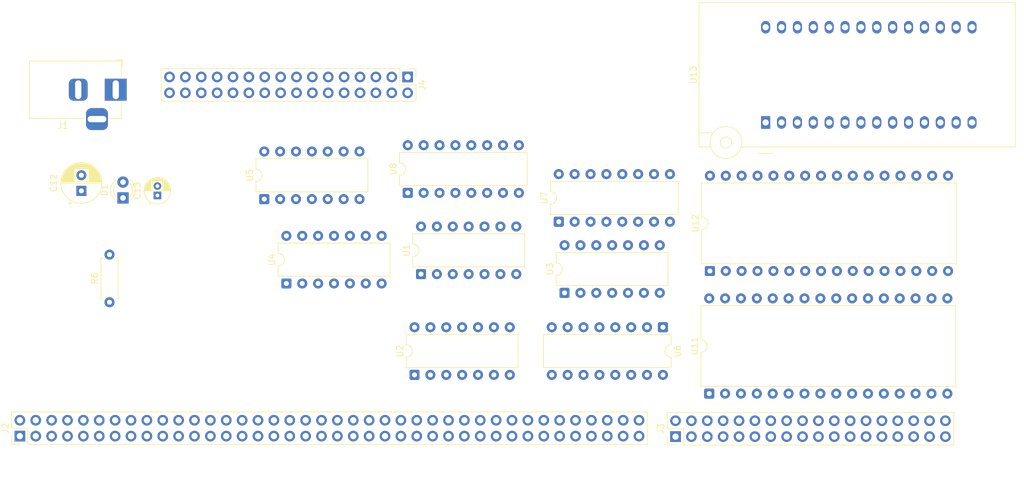
<source format=kicad_pcb>
(kicad_pcb (version 20241229) (generator "pcbnew") (generator_version "9.0")
  (layers (0 "F.Cu" signal) (2 "B.Cu" signal) (13 "F.Paste" user) (15 "B.Paste" user) (5 "F.SilkS" user "F.Silkscreen") (7 "B.SilkS" user "B.Silkscreen") (1 "F.Mask" user) (3 "B.Mask" user) (25 "Edge.Cuts" user))
  (net 0 "")
  (net 1 "VCC")
  (net 2 "GND")
  (net 3 "Net-(D1-A)")
  (net 5 "/~{WAI}")
  (net 6 "/~{VP}")
  (net 7 "/A17")
  (net 8 "/~{RD}")
  (net 9 "/~{IRQ}")
  (net 10 "/BE")
  (net 11 "/A18")
  (net 12 "/~{BANK0}")
  (net 13 "/SYNC")
  (net 14 "/RDY_IN")
  (net 15 "/A12")
  (net 16 "/A19")
  (net 17 "/CLK")
  (net 18 "/R~{W}")
  (net 19 "/A22")
  (net 20 "/~{NMI}")
  (net 21 "/A21")
  (net 22 "/A15")
  (net 23 "/X")
  (net 24 "/A20")
  (net 25 "/A10")
  (net 26 "/A16")
  (net 27 "/VA")
  (net 28 "/~{RST}")
  (net 29 "/RST")
  (net 30 "/~{ABORT}")
  (net 31 "/M")
  (net 32 "/A23")
  (net 33 "/~{CLK_EN}")
  (net 34 "/~{CLK}")
  (net 35 "/~{ML}")
  (net 36 "/~{WR}")
  (net 37 "/~{MR}⎒")
  (net 38 "/CLK_SRC")
  (net 39 "/A13")
  (net 40 "/E")
  (net 41 "/A14")
  (net 42 "/A11")
  (net 43 "/D7")
  (net 44 "/D3")
  (net 45 "/A4")
  (net 46 "/A5")
  (net 47 "/A1")
  (net 48 "/A8")
  (net 49 "/A3")
  (net 50 "/D5")
  (net 51 "/A6")
  (net 52 "/A9")
  (net 53 "/D0")
  (net 54 "/D1")
  (net 55 "/A0")
  (net 56 "/A2")
  (net 57 "/A7")
  (net 58 "/D2")
  (net 59 "/D4")
  (net 60 "/D6")
  (net 61 "~{0xCO}")
  (net 62 "~{0x00}")
  (net 63 "~{0x20}")
  (net 64 "~{PAGE1}")
  (net 65 "~{0x80}")
  (net 66 "~{BANK0_LO}")
  (net 67 "~{0x40}")
  (net 68 "~{MEG0_LO}")
  (net 69 "MEG0")
  (net 70 "~{0x60}")
  (net 71 "~{MEG0}")
  (net 72 "~{BANK0_HI}")
  (net 73 "~{ROM_OE}")
  (net 74 "~{0xE0}")
  (net 75 "~{0xA0}")
  (net 76 "~{MEG0_HI}")
  (net 77 "Net-(U1-Pad4)")
  (net 78 "Net-(U1-Pad10)")
  (net 79 "Net-(U1-Pad6)")
  (net 80 "Net-(U1-Pad2)")
  (net 81 "Net-(U1-Pad8)")
  (net 82 "Net-(U2-Pad10)")
  (net 83 "~{MEG0HI}")
  (net 84 "Net-(U2-Pad3)")
  (net 85 "~{MEG0LO}")
  (net 86 "Net-(U4-Pad1)")
  (net 87 "Net-(U12-OE#)")
  (net 96 "Net-(U6-O0)")
  (net 105 "Net-(U8-E1)")
  (footprint "Package_DIP:DIP-16_W7.62mm" (layer "F.Cu") (at 124.72 91 90)
    (property "Reference" "U8" (at 3.81 -2.33 90) (layer "F.SilkS"))
    (property "Value" "74LS138")
    (pad "1" thru_hole roundrect (at 0 0 90) (size 1.6 1.6) (drill 0.8) (layers "*.Cu" "*.Mask") (roundrect_rratio 0.15625) (net 46 "/A5"))
    (pad "2" thru_hole circle (at 0 2.54 90) (size 1.6 1.6) (drill 0.8) (layers "*.Cu" "*.Mask") (net 51 "/A6"))
    (pad "3" thru_hole circle (at 0 5.08 90) (size 1.6 1.6) (drill 0.8) (layers "*.Cu" "*.Mask") (net 57 "/A7"))
    (pad "4" thru_hole circle (at 0 7.62 90) (size 1.6 1.6) (drill 0.8) (layers "*.Cu" "*.Mask") (net 105 "Net-(U8-E1)"))
    (pad "5" thru_hole circle (at 0 10.16 90) (size 1.6 1.6) (drill 0.8) (layers "*.Cu" "*.Mask") (net 64 "~{PAGE1}"))
    (pad "6" thru_hole circle (at 0 12.7 90) (size 1.6 1.6) (drill 0.8) (layers "*.Cu" "*.Mask") (net 1 "VCC"))
    (pad "7" thru_hole circle (at 0 15.24 90) (size 1.6 1.6) (drill 0.8) (layers "*.Cu" "*.Mask") (net 74 "~{0xE0}"))
    (pad "8" thru_hole circle (at 0 17.78 90) (size 1.6 1.6) (drill 0.8) (layers "*.Cu" "*.Mask") (net 105 "Net-(U8-E1)"))
    (pad "9" thru_hole circle (at 7.62 17.78 90) (size 1.6 1.6) (drill 0.8) (layers "*.Cu" "*.Mask") (net 61 "~{0xCO}"))
    (pad "10" thru_hole circle (at 7.62 15.24 90) (size 1.6 1.6) (drill 0.8) (layers "*.Cu" "*.Mask") (net 75 "~{0xA0}"))
    (pad "11" thru_hole circle (at 7.62 12.7 90) (size 1.6 1.6) (drill 0.8) (layers "*.Cu" "*.Mask") (net 65 "~{0x80}"))
    (pad "12" thru_hole circle (at 7.62 10.16 90) (size 1.6 1.6) (drill 0.8) (layers "*.Cu" "*.Mask") (net 70 "~{0x60}"))
    (pad "13" thru_hole circle (at 7.62 7.62 90) (size 1.6 1.6) (drill 0.8) (layers "*.Cu" "*.Mask") (net 67 "~{0x40}"))
    (pad "14" thru_hole circle (at 7.62 5.08 90) (size 1.6 1.6) (drill 0.8) (layers "*.Cu" "*.Mask") (net 63 "~{0x20}"))
    (pad "15" thru_hole circle (at 7.62 2.54 90) (size 1.6 1.6) (drill 0.8) (layers "*.Cu" "*.Mask") (net 62 "~{0x00}"))
    (pad "16" thru_hole circle (at 7.62 0 90) (size 1.6 1.6) (drill 0.8) (layers "*.Cu" "*.Mask") (net 1 "VCC"))
  )
  (footprint "Connector_PinHeader_2.54mm:PinHeader_2x18_P2.54mm_Vertical" (layer "F.Cu") (at 167.56 130 90)
    (property "Reference" "J3" (at 1.27 -2.33 90) (layer "F.SilkS"))
    (property "Value" "Conn_02x18_Odd_Even")
    (pad "1" thru_hole rect (at 0 0 90) (size 1.7 1.7) (drill 1) (layers "*.Cu" "*.Mask") (net 52 "/A9"))
    (pad "2" thru_hole oval (at 2.54 0 90) (size 1.7 1.7) (drill 1) (layers "*.Cu" "*.Mask") (net 2 "GND"))
    (pad "3" thru_hole oval (at 0 2.54 90) (size 1.7 1.7) (drill 1) (layers "*.Cu" "*.Mask") (net 48 "/A8"))
    (pad "4" thru_hole oval (at 2.54 2.54 90) (size 1.7 1.7) (drill 1) (layers "*.Cu" "*.Mask") (net 2 "GND"))
    (pad "5" thru_hole oval (at 0 5.08 90) (size 1.7 1.7) (drill 1) (layers "*.Cu" "*.Mask") (net 57 "/A7"))
    (pad "6" thru_hole oval (at 2.54 5.08 90) (size 1.7 1.7) (drill 1) (layers "*.Cu" "*.Mask") (net 2 "GND"))
    (pad "7" thru_hole oval (at 0 7.62 90) (size 1.7 1.7) (drill 1) (layers "*.Cu" "*.Mask") (net 51 "/A6"))
    (pad "8" thru_hole oval (at 2.54 7.62 90) (size 1.7 1.7) (drill 1) (layers "*.Cu" "*.Mask") (net 2 "GND"))
    (pad "9" thru_hole oval (at 0 10.16 90) (size 1.7 1.7) (drill 1) (layers "*.Cu" "*.Mask") (net 46 "/A5"))
    (pad "10" thru_hole oval (at 2.54 10.16 90) (size 1.7 1.7) (drill 1) (layers "*.Cu" "*.Mask") (net 2 "GND"))
    (pad "11" thru_hole oval (at 0 12.7 90) (size 1.7 1.7) (drill 1) (layers "*.Cu" "*.Mask") (net 45 "/A4"))
    (pad "12" thru_hole oval (at 2.54 12.7 90) (size 1.7 1.7) (drill 1) (layers "*.Cu" "*.Mask") (net 2 "GND"))
    (pad "13" thru_hole oval (at 0 15.24 90) (size 1.7 1.7) (drill 1) (layers "*.Cu" "*.Mask") (net 49 "/A3"))
    (pad "14" thru_hole oval (at 2.54 15.24 90) (size 1.7 1.7) (drill 1) (layers "*.Cu" "*.Mask") (net 2 "GND"))
    (pad "15" thru_hole oval (at 0 17.78 90) (size 1.7 1.7) (drill 1) (layers "*.Cu" "*.Mask") (net 56 "/A2"))
    (pad "16" thru_hole oval (at 2.54 17.78 90) (size 1.7 1.7) (drill 1) (layers "*.Cu" "*.Mask") (net 2 "GND"))
    (pad "17" thru_hole oval (at 0 20.32 90) (size 1.7 1.7) (drill 1) (layers "*.Cu" "*.Mask") (net 47 "/A1"))
    (pad "18" thru_hole oval (at 2.54 20.32 90) (size 1.7 1.7) (drill 1) (layers "*.Cu" "*.Mask") (net 2 "GND"))
    (pad "19" thru_hole oval (at 0 22.86 90) (size 1.7 1.7) (drill 1) (layers "*.Cu" "*.Mask") (net 55 "/A0"))
    (pad "20" thru_hole oval (at 2.54 22.86 90) (size 1.7 1.7) (drill 1) (layers "*.Cu" "*.Mask") (net 2 "GND"))
    (pad "21" thru_hole oval (at 0 25.4 90) (size 1.7 1.7) (drill 1) (layers "*.Cu" "*.Mask") (net 43 "/D7"))
    (pad "22" thru_hole oval (at 2.54 25.4 90) (size 1.7 1.7) (drill 1) (layers "*.Cu" "*.Mask") (net 2 "GND"))
    (pad "23" thru_hole oval (at 0 27.94 90) (size 1.7 1.7) (drill 1) (layers "*.Cu" "*.Mask") (net 60 "/D6"))
    (pad "24" thru_hole oval (at 2.54 27.94 90) (size 1.7 1.7) (drill 1) (layers "*.Cu" "*.Mask") (net 2 "GND"))
    (pad "25" thru_hole oval (at 0 30.48 90) (size 1.7 1.7) (drill 1) (layers "*.Cu" "*.Mask") (net 50 "/D5"))
    (pad "26" thru_hole oval (at 2.54 30.48 90) (size 1.7 1.7) (drill 1) (layers "*.Cu" "*.Mask") (net 2 "GND"))
    (pad "27" thru_hole oval (at 0 33.02 90) (size 1.7 1.7) (drill 1) (layers "*.Cu" "*.Mask") (net 59 "/D4"))
    (pad "28" thru_hole oval (at 2.54 33.02 90) (size 1.7 1.7) (drill 1) (layers "*.Cu" "*.Mask") (net 2 "GND"))
    (pad "29" thru_hole oval (at 0 35.56 90) (size 1.7 1.7) (drill 1) (layers "*.Cu" "*.Mask") (net 44 "/D3"))
    (pad "30" thru_hole oval (at 2.54 35.56 90) (size 1.7 1.7) (drill 1) (layers "*.Cu" "*.Mask") (net 2 "GND"))
    (pad "31" thru_hole oval (at 0 38.1 90) (size 1.7 1.7) (drill 1) (layers "*.Cu" "*.Mask") (net 58 "/D2"))
    (pad "32" thru_hole oval (at 2.54 38.1 90) (size 1.7 1.7) (drill 1) (layers "*.Cu" "*.Mask") (net 2 "GND"))
    (pad "33" thru_hole oval (at 0 40.64 90) (size 1.7 1.7) (drill 1) (layers "*.Cu" "*.Mask") (net 54 "/D1"))
    (pad "34" thru_hole oval (at 2.54 40.64 90) (size 1.7 1.7) (drill 1) (layers "*.Cu" "*.Mask") (net 2 "GND"))
    (pad "35" thru_hole oval (at 0 43.18 90) (size 1.7 1.7) (drill 1) (layers "*.Cu" "*.Mask") (net 53 "/D0"))
    (pad "36" thru_hole oval (at 2.54 43.18 90) (size 1.7 1.7) (drill 1) (layers "*.Cu" "*.Mask") (net 2 "GND"))
  )
  (footprint "Connector_BarrelJack:BarrelJack_Horizontal" (layer "F.Cu") (at 78 74.5)
    (property "Reference" "J1" (at -8.45 5.75 0) (layer "F.SilkS"))
    (property "Value" "Barrel_Jack_Switch")
    (pad "1" thru_hole rect (at 0 0) (size 3.5 3.5) (drill oval 1 3) (layers "*.Cu" "*.Mask") (net 1 "VCC"))
    (pad "2" thru_hole roundrect (at -6 0) (size 3 3.5) (drill oval 1 3) (layers "*.Cu" "*.Mask") (net 2 "GND"))
    (pad "3" thru_hole roundrect (at -3 4.7) (size 3.5 3.5) (drill oval 3 1) (layers "*.Cu" "*.Mask"))
  )
  (footprint "Socket:DIP_Socket-28_W11.9_W12.7_W15.24_W17.78_W18.5_3M_228-1277-00-0602J" (layer "F.Cu") (at 181.98 79.74 90)
    (property "Reference" "U13" (at 7.62 -11.56 90) (layer "F.SilkS"))
    (property "Value" "AT28C256-15PC")
    (pad "1" thru_hole rect (at 0 0 90) (size 2 1.44) (drill 1) (layers "*.Cu" "*.Mask") (net 41 "/A14"))
    (pad "2" thru_hole oval (at 0 2.54 90) (size 2 1.44) (drill 1) (layers "*.Cu" "*.Mask") (net 15 "/A12"))
    (pad "3" thru_hole oval (at 0 5.08 90) (size 2 1.44) (drill 1) (layers "*.Cu" "*.Mask") (net 57 "/A7"))
    (pad "4" thru_hole oval (at 0 7.62 90) (size 2 1.44) (drill 1) (layers "*.Cu" "*.Mask") (net 51 "/A6"))
    (pad "5" thru_hole oval (at 0 10.16 90) (size 2 1.44) (drill 1) (layers "*.Cu" "*.Mask") (net 46 "/A5"))
    (pad "6" thru_hole oval (at 0 12.7 90) (size 2 1.44) (drill 1) (layers "*.Cu" "*.Mask") (net 45 "/A4"))
    (pad "7" thru_hole oval (at 0 15.24 90) (size 2 1.44) (drill 1) (layers "*.Cu" "*.Mask") (net 49 "/A3"))
    (pad "8" thru_hole oval (at 0 17.78 90) (size 2 1.44) (drill 1) (layers "*.Cu" "*.Mask") (net 56 "/A2"))
    (pad "9" thru_hole oval (at 0 20.32 90) (size 2 1.44) (drill 1) (layers "*.Cu" "*.Mask") (net 47 "/A1"))
    (pad "10" thru_hole oval (at 0 22.86 90) (size 2 1.44) (drill 1) (layers "*.Cu" "*.Mask") (net 55 "/A0"))
    (pad "11" thru_hole oval (at 0 25.4 90) (size 2 1.44) (drill 1) (layers "*.Cu" "*.Mask") (net 53 "/D0"))
    (pad "12" thru_hole oval (at 0 27.94 90) (size 2 1.44) (drill 1) (layers "*.Cu" "*.Mask") (net 54 "/D1"))
    (pad "13" thru_hole oval (at 0 30.48 90) (size 2 1.44) (drill 1) (layers "*.Cu" "*.Mask") (net 58 "/D2"))
    (pad "14" thru_hole oval (at 0 33.02 90) (size 2 1.44) (drill 1) (layers "*.Cu" "*.Mask") (net 2 "GND"))
    (pad "15" thru_hole oval (at 15.24 33.02 90) (size 2 1.44) (drill 1) (layers "*.Cu" "*.Mask") (net 44 "/D3"))
    (pad "16" thru_hole oval (at 15.24 30.48 90) (size 2 1.44) (drill 1) (layers "*.Cu" "*.Mask") (net 59 "/D4"))
    (pad "17" thru_hole oval (at 15.24 27.94 90) (size 2 1.44) (drill 1) (layers "*.Cu" "*.Mask") (net 50 "/D5"))
    (pad "18" thru_hole oval (at 15.24 25.4 90) (size 2 1.44) (drill 1) (layers "*.Cu" "*.Mask") (net 60 "/D6"))
    (pad "19" thru_hole oval (at 15.24 22.86 90) (size 2 1.44) (drill 1) (layers "*.Cu" "*.Mask") (net 43 "/D7"))
    (pad "20" thru_hole oval (at 15.24 20.32 90) (size 2 1.44) (drill 1) (layers "*.Cu" "*.Mask") (net 72 "~{BANK0_HI}"))
    (pad "21" thru_hole oval (at 15.24 17.78 90) (size 2 1.44) (drill 1) (layers "*.Cu" "*.Mask") (net 25 "/A10"))
    (pad "22" thru_hole oval (at 15.24 15.24 90) (size 2 1.44) (drill 1) (layers "*.Cu" "*.Mask") (net 73 "~{ROM_OE}"))
    (pad "23" thru_hole oval (at 15.24 12.7 90) (size 2 1.44) (drill 1) (layers "*.Cu" "*.Mask") (net 42 "/A11"))
    (pad "24" thru_hole oval (at 15.24 10.16 90) (size 2 1.44) (drill 1) (layers "*.Cu" "*.Mask") (net 52 "/A9"))
    (pad "25" thru_hole oval (at 15.24 7.62 90) (size 2 1.44) (drill 1) (layers "*.Cu" "*.Mask") (net 48 "/A8"))
    (pad "26" thru_hole oval (at 15.24 5.08 90) (size 2 1.44) (drill 1) (layers "*.Cu" "*.Mask") (net 39 "/A13"))
    (pad "27" thru_hole oval (at 15.24 2.54 90) (size 2 1.44) (drill 1) (layers "*.Cu" "*.Mask") (net 36 "/~{WR}"))
    (pad "28" thru_hole oval (at 15.24 0 90) (size 2 1.44) (drill 1) (layers "*.Cu" "*.Mask") (net 1 "VCC"))
  )
  (footprint "LED_THT:LED_D3.0mm" (layer "F.Cu") (at 79.16 91.817621 90)
    (property "Reference" "D1" (at 1.27 -2.96 90) (layer "F.SilkS"))
    (property "Value" "POWER")
    (pad "1" thru_hole rect (at 0 0 90) (size 1.8 1.8) (drill 0.9) (layers "*.Cu" "*.Mask") (net 2 "GND"))
    (pad "2" thru_hole circle (at 2.54 0 90) (size 1.8 1.8) (drill 0.9) (layers "*.Cu" "*.Mask") (net 3 "Net-(D1-A)"))
  )
  (footprint "Package_DIP:DIP-14_W7.62mm" (layer "F.Cu") (at 149.8 107 90)
    (property "Reference" "U3" (at 3.81 -2.33 90) (layer "F.SilkS"))
    (property "Value" "74LS32")
    (pad "1" thru_hole roundrect (at 0 0 90) (size 1.6 1.6) (drill 0.8) (layers "*.Cu" "*.Mask") (roundrect_rratio 0.15625) (net 71 "~{MEG0}"))
    (pad "2" thru_hole circle (at 0 2.54 90) (size 1.6 1.6) (drill 0.8) (layers "*.Cu" "*.Mask") (net 16 "/A19"))
    (pad "3" thru_hole circle (at 0 5.08 90) (size 1.6 1.6) (drill 0.8) (layers "*.Cu" "*.Mask") (net 85 "~{MEG0LO}"))
    (pad "4" thru_hole circle (at 0 7.62 90) (size 1.6 1.6) (drill 0.8) (layers "*.Cu" "*.Mask") (net 77 "Net-(U1-Pad4)"))
    (pad "5" thru_hole circle (at 0 10.16 90) (size 1.6 1.6) (drill 0.8) (layers "*.Cu" "*.Mask") (net 12 "/~{BANK0}"))
    (pad "6" thru_hole circle (at 0 12.7 90) (size 1.6 1.6) (drill 0.8) (layers "*.Cu" "*.Mask") (net 72 "~{BANK0_HI}"))
    (pad "7" thru_hole circle (at 0 15.24 90) (size 1.6 1.6) (drill 0.8) (layers "*.Cu" "*.Mask") (net 2 "GND"))
    (pad "8" thru_hole circle (at 7.62 15.24 90) (size 1.6 1.6) (drill 0.8) (layers "*.Cu" "*.Mask") (net 73 "~{ROM_OE}"))
    (pad "9" thru_hole circle (at 7.62 12.7 90) (size 1.6 1.6) (drill 0.8) (layers "*.Cu" "*.Mask") (net 79 "Net-(U1-Pad6)"))
    (pad "10" thru_hole circle (at 7.62 10.16 90) (size 1.6 1.6) (drill 0.8) (layers "*.Cu" "*.Mask") (net 72 "~{BANK0_HI}"))
    (pad "11" thru_hole circle (at 7.62 7.62 90) (size 1.6 1.6) (drill 0.8) (layers "*.Cu" "*.Mask") (net 66 "~{BANK0_LO}"))
    (pad "12" thru_hole circle (at 7.62 5.08 90) (size 1.6 1.6) (drill 0.8) (layers "*.Cu" "*.Mask") (net 12 "/~{BANK0}"))
    (pad "13" thru_hole circle (at 7.62 2.54 90) (size 1.6 1.6) (drill 0.8) (layers "*.Cu" "*.Mask") (net 22 "/A15"))
    (pad "14" thru_hole circle (at 7.62 0 90) (size 1.6 1.6) (drill 0.8) (layers "*.Cu" "*.Mask") (net 1 "VCC"))
  )
  (footprint "Package_DIP:DIP-14_W7.62mm" (layer "F.Cu") (at 101.76 92 90)
    (property "Reference" "U5" (at 3.81 -2.33 90) (layer "F.SilkS"))
    (property "Value" "74LS08")
    (pad "1" thru_hole roundrect (at 0 0 90) (size 1.6 1.6) (drill 0.8) (layers "*.Cu" "*.Mask") (roundrect_rratio 0.15625) (net 81 "Net-(U1-Pad8)"))
    (pad "2" thru_hole circle (at 0 2.54 90) (size 1.6 1.6) (drill 0.8) (layers "*.Cu" "*.Mask") (net 40 "/E"))
    (pad "3" thru_hole circle (at 0 5.08 90) (size 1.6 1.6) (drill 0.8) (layers "*.Cu" "*.Mask") (net 86 "Net-(U4-Pad1)"))
    (pad "4" thru_hole circle (at 0 7.62 90) (size 1.6 1.6) (drill 0.8) (layers "*.Cu" "*.Mask"))
    (pad "5" thru_hole circle (at 0 10.16 90) (size 1.6 1.6) (drill 0.8) (layers "*.Cu" "*.Mask"))
    (pad "6" thru_hole circle (at 0 12.7 90) (size 1.6 1.6) (drill 0.8) (layers "*.Cu" "*.Mask"))
    (pad "7" thru_hole circle (at 0 15.24 90) (size 1.6 1.6) (drill 0.8) (layers "*.Cu" "*.Mask") (net 2 "GND"))
    (pad "8" thru_hole circle (at 7.62 15.24 90) (size 1.6 1.6) (drill 0.8) (layers "*.Cu" "*.Mask"))
    (pad "9" thru_hole circle (at 7.62 12.7 90) (size 1.6 1.6) (drill 0.8) (layers "*.Cu" "*.Mask"))
    (pad "10" thru_hole circle (at 7.62 10.16 90) (size 1.6 1.6) (drill 0.8) (layers "*.Cu" "*.Mask"))
    (pad "11" thru_hole circle (at 7.62 7.62 90) (size 1.6 1.6) (drill 0.8) (layers "*.Cu" "*.Mask"))
    (pad "12" thru_hole circle (at 7.62 5.08 90) (size 1.6 1.6) (drill 0.8) (layers "*.Cu" "*.Mask"))
    (pad "13" thru_hole circle (at 7.62 2.54 90) (size 1.6 1.6) (drill 0.8) (layers "*.Cu" "*.Mask"))
    (pad "14" thru_hole circle (at 7.62 0 90) (size 1.6 1.6) (drill 0.8) (layers "*.Cu" "*.Mask") (net 1 "VCC"))
  )
  (footprint "Package_DIP:DIP-16_W7.62mm" (layer "F.Cu") (at 148.88 95.62 90)
    (property "Reference" "U7" (at 3.81 -2.33 90) (layer "F.SilkS"))
    (property "Value" "74LS138")
    (pad "1" thru_hole roundrect (at 0 0 90) (size 1.6 1.6) (drill 0.8) (layers "*.Cu" "*.Mask") (roundrect_rratio 0.15625) (net 48 "/A8"))
    (pad "2" thru_hole circle (at 0 2.54 90) (size 1.6 1.6) (drill 0.8) (layers "*.Cu" "*.Mask") (net 52 "/A9"))
    (pad "3" thru_hole circle (at 0 5.08 90) (size 1.6 1.6) (drill 0.8) (layers "*.Cu" "*.Mask") (net 25 "/A10"))
    (pad "4" thru_hole circle (at 0 7.62 90) (size 1.6 1.6) (drill 0.8) (layers "*.Cu" "*.Mask") (net 96 "Net-(U6-O0)"))
    (pad "5" thru_hole circle (at 0 10.16 90) (size 1.6 1.6) (drill 0.8) (layers "*.Cu" "*.Mask") (net 42 "/A11"))
    (pad "6" thru_hole circle (at 0 12.7 90) (size 1.6 1.6) (drill 0.8) (layers "*.Cu" "*.Mask") (net 1 "VCC"))
    (pad "7" thru_hole circle (at 0 15.24 90) (size 1.6 1.6) (drill 0.8) (layers "*.Cu" "*.Mask"))
    (pad "8" thru_hole circle (at 0 17.78 90) (size 1.6 1.6) (drill 0.8) (layers "*.Cu" "*.Mask"))
    (pad "9" thru_hole circle (at 7.62 17.78 90) (size 1.6 1.6) (drill 0.8) (layers "*.Cu" "*.Mask"))
    (pad "10" thru_hole circle (at 7.62 15.24 90) (size 1.6 1.6) (drill 0.8) (layers "*.Cu" "*.Mask"))
    (pad "11" thru_hole circle (at 7.62 12.7 90) (size 1.6 1.6) (drill 0.8) (layers "*.Cu" "*.Mask"))
    (pad "12" thru_hole circle (at 7.62 10.16 90) (size 1.6 1.6) (drill 0.8) (layers "*.Cu" "*.Mask"))
    (pad "13" thru_hole circle (at 7.62 7.62 90) (size 1.6 1.6) (drill 0.8) (layers "*.Cu" "*.Mask"))
    (pad "14" thru_hole circle (at 7.62 5.08 90) (size 1.6 1.6) (drill 0.8) (layers "*.Cu" "*.Mask") (net 64 "~{PAGE1}"))
    (pad "15" thru_hole circle (at 7.62 2.54 90) (size 1.6 1.6) (drill 0.8) (layers "*.Cu" "*.Mask"))
    (pad "16" thru_hole circle (at 7.62 0 90) (size 1.6 1.6) (drill 0.8) (layers "*.Cu" "*.Mask") (net 1 "VCC"))
  )
  (footprint "Capacitor_THT:CP_Radial_D4.0mm_P1.50mm" (layer "F.Cu") (at 84.67 91.41282 90)
    (property "Reference" "C13" (at 0.75 -3.25 90) (layer "F.SilkS"))
    (property "Value" "10u")
    (pad "1" thru_hole rect (at 0 0 90) (size 1.2 1.2) (drill 0.6) (layers "*.Cu" "*.Mask") (net 1 "VCC"))
    (pad "2" thru_hole circle (at 1.5 0 90) (size 1.2 1.2) (drill 0.6) (layers "*.Cu" "*.Mask") (net 2 "GND"))
  )
  (footprint "Package_DIP:DIP-14_W7.62mm" (layer "F.Cu") (at 105.3 105.5 90)
    (property "Reference" "U4" (at 3.81 -2.33 90) (layer "F.SilkS"))
    (property "Value" "74LS32")
    (pad "1" thru_hole roundrect (at 0 0 90) (size 1.6 1.6) (drill 0.8) (layers "*.Cu" "*.Mask") (roundrect_rratio 0.15625) (net 86 "Net-(U4-Pad1)"))
    (pad "2" thru_hole circle (at 0 2.54 90) (size 1.6 1.6) (drill 0.8) (layers "*.Cu" "*.Mask") (net 78 "Net-(U1-Pad10)"))
    (pad "3" thru_hole circle (at 0 5.08 90) (size 1.6 1.6) (drill 0.8) (layers "*.Cu" "*.Mask") (net 87 "Net-(U12-OE#)"))
    (pad "4" thru_hole circle (at 0 7.62 90) (size 1.6 1.6) (drill 0.8) (layers "*.Cu" "*.Mask"))
    (pad "5" thru_hole circle (at 0 10.16 90) (size 1.6 1.6) (drill 0.8) (layers "*.Cu" "*.Mask"))
    (pad "6" thru_hole circle (at 0 12.7 90) (size 1.6 1.6) (drill 0.8) (layers "*.Cu" "*.Mask"))
    (pad "7" thru_hole circle (at 0 15.24 90) (size 1.6 1.6) (drill 0.8) (layers "*.Cu" "*.Mask") (net 2 "GND"))
    (pad "8" thru_hole circle (at 7.62 15.24 90) (size 1.6 1.6) (drill 0.8) (layers "*.Cu" "*.Mask"))
    (pad "9" thru_hole circle (at 7.62 12.7 90) (size 1.6 1.6) (drill 0.8) (layers "*.Cu" "*.Mask"))
    (pad "10" thru_hole circle (at 7.62 10.16 90) (size 1.6 1.6) (drill 0.8) (layers "*.Cu" "*.Mask"))
    (pad "11" thru_hole circle (at 7.62 7.62 90) (size 1.6 1.6) (drill 0.8) (layers "*.Cu" "*.Mask"))
    (pad "12" thru_hole circle (at 7.62 5.08 90) (size 1.6 1.6) (drill 0.8) (layers "*.Cu" "*.Mask"))
    (pad "13" thru_hole circle (at 7.62 2.54 90) (size 1.6 1.6) (drill 0.8) (layers "*.Cu" "*.Mask"))
    (pad "14" thru_hole circle (at 7.62 0 90) (size 1.6 1.6) (drill 0.8) (layers "*.Cu" "*.Mask") (net 1 "VCC"))
  )
  (footprint "Connector_PinHeader_2.54mm:PinHeader_2x40_P2.54mm_Vertical" (layer "F.Cu") (at 62.66 129.92 90)
    (property "Reference" "J2" (at 1.27 -2.33 90) (layer "F.SilkS"))
    (property "Value" "Conn_02x40_Odd_Even")
    (pad "1" thru_hole rect (at 0 0 90) (size 1.7 1.7) (drill 1) (layers "*.Cu" "*.Mask") (net 1 "VCC"))
    (pad "2" thru_hole oval (at 2.54 0 90) (size 1.7 1.7) (drill 1) (layers "*.Cu" "*.Mask") (net 2 "GND"))
    (pad "3" thru_hole oval (at 0 2.54 90) (size 1.7 1.7) (drill 1) (layers "*.Cu" "*.Mask") (net 2 "GND"))
    (pad "4" thru_hole oval (at 2.54 2.54 90) (size 1.7 1.7) (drill 1) (layers "*.Cu" "*.Mask") (net 2 "GND"))
    (pad "5" thru_hole oval (at 0 5.08 90) (size 1.7 1.7) (drill 1) (layers "*.Cu" "*.Mask") (net 37 "/~{MR}⎒"))
    (pad "6" thru_hole oval (at 2.54 5.08 90) (size 1.7 1.7) (drill 1) (layers "*.Cu" "*.Mask") (net 2 "GND"))
    (pad "7" thru_hole oval (at 0 7.62 90) (size 1.7 1.7) (drill 1) (layers "*.Cu" "*.Mask") (net 28 "/~{RST}"))
    (pad "8" thru_hole oval (at 2.54 7.62 90) (size 1.7 1.7) (drill 1) (layers "*.Cu" "*.Mask") (net 2 "GND"))
    (pad "9" thru_hole oval (at 0 10.16 90) (size 1.7 1.7) (drill 1) (layers "*.Cu" "*.Mask") (net 29 "/RST"))
    (pad "10" thru_hole oval (at 2.54 10.16 90) (size 1.7 1.7) (drill 1) (layers "*.Cu" "*.Mask") (net 2 "GND"))
    (pad "11" thru_hole oval (at 0 12.7 90) (size 1.7 1.7) (drill 1) (layers "*.Cu" "*.Mask") (net 33 "/~{CLK_EN}"))
    (pad "12" thru_hole oval (at 2.54 12.7 90) (size 1.7 1.7) (drill 1) (layers "*.Cu" "*.Mask") (net 2 "GND"))
    (pad "13" thru_hole oval (at 0 15.24 90) (size 1.7 1.7) (drill 1) (layers "*.Cu" "*.Mask") (net 38 "/CLK_SRC"))
    (pad "14" thru_hole oval (at 2.54 15.24 90) (size 1.7 1.7) (drill 1) (layers "*.Cu" "*.Mask") (net 2 "GND"))
    (pad "15" thru_hole oval (at 0 17.78 90) (size 1.7 1.7) (drill 1) (layers "*.Cu" "*.Mask") (net 17 "/CLK"))
    (pad "16" thru_hole oval (at 2.54 17.78 90) (size 1.7 1.7) (drill 1) (layers "*.Cu" "*.Mask") (net 2 "GND"))
    (pad "17" thru_hole oval (at 0 20.32 90) (size 1.7 1.7) (drill 1) (layers "*.Cu" "*.Mask") (net 34 "/~{CLK}"))
    (pad "18" thru_hole oval (at 2.54 20.32 90) (size 1.7 1.7) (drill 1) (layers "*.Cu" "*.Mask") (net 2 "GND"))
    (pad "19" thru_hole oval (at 0 22.86 90) (size 1.7 1.7) (drill 1) (layers "*.Cu" "*.Mask") (net 9 "/~{IRQ}"))
    (pad "20" thru_hole oval (at 2.54 22.86 90) (size 1.7 1.7) (drill 1) (layers "*.Cu" "*.Mask") (net 2 "GND"))
    (pad "21" thru_hole oval (at 0 25.4 90) (size 1.7 1.7) (drill 1) (layers "*.Cu" "*.Mask") (net 20 "/~{NMI}"))
    (pad "22" thru_hole oval (at 2.54 25.4 90) (size 1.7 1.7) (drill 1) (layers "*.Cu" "*.Mask") (net 2 "GND"))
    (pad "23" thru_hole oval (at 0 27.94 90) (size 1.7 1.7) (drill 1) (layers "*.Cu" "*.Mask") (net 30 "/~{ABORT}"))
    (pad "24" thru_hole oval (at 2.54 27.94 90) (size 1.7 1.7) (drill 1) (layers "*.Cu" "*.Mask") (net 2 "GND"))
    (pad "25" thru_hole oval (at 0 30.48 90) (size 1.7 1.7) (drill 1) (layers "*.Cu" "*.Mask") (net 10 "/BE"))
    (pad "26" thru_hole oval (at 2.54 30.48 90) (size 1.7 1.7) (drill 1) (layers "*.Cu" "*.Mask") (net 2 "GND"))
    (pad "27" thru_hole oval (at 0 33.02 90) (size 1.7 1.7) (drill 1) (layers "*.Cu" "*.Mask") (net 14 "/RDY_IN"))
    (pad "28" thru_hole oval (at 2.54 33.02 90) (size 1.7 1.7) (drill 1) (layers "*.Cu" "*.Mask") (net 2 "GND"))
    (pad "29" thru_hole oval (at 0 35.56 90) (size 1.7 1.7) (drill 1) (layers "*.Cu" "*.Mask") (net 5 "/~{WAI}"))
    (pad "30" thru_hole oval (at 2.54 35.56 90) (size 1.7 1.7) (drill 1) (layers "*.Cu" "*.Mask") (net 2 "GND"))
    (pad "31" thru_hole oval (at 0 38.1 90) (size 1.7 1.7) (drill 1) (layers "*.Cu" "*.Mask") (net 13 "/SYNC"))
    (pad "32" thru_hole oval (at 2.54 38.1 90) (size 1.7 1.7) (drill 1) (layers "*.Cu" "*.Mask") (net 2 "GND"))
    (pad "33" thru_hole oval (at 0 40.64 90) (size 1.7 1.7) (drill 1) (layers "*.Cu" "*.Mask") (net 27 "/VA"))
    (pad "34" thru_hole oval (at 2.54 40.64 90) (size 1.7 1.7) (drill 1) (layers "*.Cu" "*.Mask") (net 2 "GND"))
    (pad "35" thru_hole oval (at 0 43.18 90) (size 1.7 1.7) (drill 1) (layers "*.Cu" "*.Mask") (net 18 "/R~{W}"))
    (pad "36" thru_hole oval (at 2.54 43.18 90) (size 1.7 1.7) (drill 1) (layers "*.Cu" "*.Mask") (net 2 "GND"))
    (pad "37" thru_hole oval (at 0 45.72 90) (size 1.7 1.7) (drill 1) (layers "*.Cu" "*.Mask") (net 8 "/~{RD}"))
    (pad "38" thru_hole oval (at 2.54 45.72 90) (size 1.7 1.7) (drill 1) (layers "*.Cu" "*.Mask") (net 2 "GND"))
    (pad "39" thru_hole oval (at 0 48.26 90) (size 1.7 1.7) (drill 1) (layers "*.Cu" "*.Mask") (net 36 "/~{WR}"))
    (pad "40" thru_hole oval (at 2.54 48.26 90) (size 1.7 1.7) (drill 1) (layers "*.Cu" "*.Mask") (net 2 "GND"))
    (pad "41" thru_hole oval (at 0 50.8 90) (size 1.7 1.7) (drill 1) (layers "*.Cu" "*.Mask") (net 12 "/~{BANK0}"))
    (pad "42" thru_hole oval (at 2.54 50.8 90) (size 1.7 1.7) (drill 1) (layers "*.Cu" "*.Mask") (net 2 "GND"))
    (pad "43" thru_hole oval (at 0 53.34 90) (size 1.7 1.7) (drill 1) (layers "*.Cu" "*.Mask") (net 40 "/E"))
    (pad "44" thru_hole oval (at 2.54 53.34 90) (size 1.7 1.7) (drill 1) (layers "*.Cu" "*.Mask") (net 2 "GND"))
    (pad "45" thru_hole oval (at 0 55.88 90) (size 1.7 1.7) (drill 1) (layers "*.Cu" "*.Mask") (net 31 "/M"))
    (pad "46" thru_hole oval (at 2.54 55.88 90) (size 1.7 1.7) (drill 1) (layers "*.Cu" "*.Mask") (net 2 "GND"))
    (pad "47" thru_hole oval (at 0 58.42 90) (size 1.7 1.7) (drill 1) (layers "*.Cu" "*.Mask") (net 23 "/X"))
    (pad "48" thru_hole oval (at 2.54 58.42 90) (size 1.7 1.7) (drill 1) (layers "*.Cu" "*.Mask") (net 2 "GND"))
    (pad "49" thru_hole oval (at 0 60.96 90) (size 1.7 1.7) (drill 1) (layers "*.Cu" "*.Mask") (net 6 "/~{VP}"))
    (pad "50" thru_hole oval (at 2.54 60.96 90) (size 1.7 1.7) (drill 1) (layers "*.Cu" "*.Mask") (net 2 "GND"))
    (pad "51" thru_hole oval (at 0 63.5 90) (size 1.7 1.7) (drill 1) (layers "*.Cu" "*.Mask") (net 35 "/~{ML}"))
    (pad "52" thru_hole oval (at 2.54 63.5 90) (size 1.7 1.7) (drill 1) (layers "*.Cu" "*.Mask") (net 2 "GND"))
    (pad "53" thru_hole oval (at 0 66.04 90) (size 1.7 1.7) (drill 1) (layers "*.Cu" "*.Mask") (net 32 "/A23"))
    (pad "54" thru_hole oval (at 2.54 66.04 90) (size 1.7 1.7) (drill 1) (layers "*.Cu" "*.Mask") (net 2 "GND"))
    (pad "55" thru_hole oval (at 0 68.58 90) (size 1.7 1.7) (drill 1) (layers "*.Cu" "*.Mask") (net 19 "/A22"))
    (pad "56" thru_hole oval (at 2.54 68.58 90) (size 1.7 1.7) (drill 1) (layers "*.Cu" "*.Mask") (net 2 "GND"))
    (pad "57" thru_hole oval (at 0 71.12 90) (size 1.7 1.7) (drill 1) (layers "*.Cu" "*.Mask") (net 21 "/A21"))
    (pad "58" thru_hole oval (at 2.54 71.12 90) (size 1.7 1.7) (drill 1) (layers "*.Cu" "*.Mask") (net 2 "GND"))
    (pad "59" thru_hole oval (at 0 73.66 90) (size 1.7 1.7) (drill 1) (layers "*.Cu" "*.Mask") (net 24 "/A20"))
    (pad "60" thru_hole oval (at 2.54 73.66 90) (size 1.7 1.7) (drill 1) (layers "*.Cu" "*.Mask") (net 2 "GND"))
    (pad "61" thru_hole oval (at 0 76.2 90) (size 1.7 1.7) (drill 1) (layers "*.Cu" "*.Mask") (net 16 "/A19"))
    (pad "62" thru_hole oval (at 2.54 76.2 90) (size 1.7 1.7) (drill 1) (layers "*.Cu" "*.Mask") (net 2 "GND"))
    (pad "63" thru_hole oval (at 0 78.74 90) (size 1.7 1.7) (drill 1) (layers "*.Cu" "*.Mask") (net 11 "/A18"))
    (pad "64" thru_hole oval (at 2.54 78.74 90) (size 1.7 1.7) (drill 1) (layers "*.Cu" "*.Mask") (net 2 "GND"))
    (pad "65" thru_hole oval (at 0 81.28 90) (size 1.7 1.7) (drill 1) (layers "*.Cu" "*.Mask") (net 7 "/A17"))
    (pad "66" thru_hole oval (at 2.54 81.28 90) (size 1.7 1.7) (drill 1) (layers "*.Cu" "*.Mask") (net 2 "GND"))
    (pad "67" thru_hole oval (at 0 83.82 90) (size 1.7 1.7) (drill 1) (layers "*.Cu" "*.Mask") (net 26 "/A16"))
    (pad "68" thru_hole oval (at 2.54 83.82 90) (size 1.7 1.7) (drill 1) (layers "*.Cu" "*.Mask") (net 2 "GND"))
    (pad "69" thru_hole oval (at 0 86.36 90) (size 1.7 1.7) (drill 1) (layers "*.Cu" "*.Mask") (net 22 "/A15"))
    (pad "70" thru_hole oval (at 2.54 86.36 90) (size 1.7 1.7) (drill 1) (layers "*.Cu" "*.Mask") (net 2 "GND"))
    (pad "71" thru_hole oval (at 0 88.9 90) (size 1.7 1.7) (drill 1) (layers "*.Cu" "*.Mask") (net 41 "/A14"))
    (pad "72" thru_hole oval (at 2.54 88.9 90) (size 1.7 1.7) (drill 1) (layers "*.Cu" "*.Mask") (net 2 "GND"))
    (pad "73" thru_hole oval (at 0 91.44 90) (size 1.7 1.7) (drill 1) (layers "*.Cu" "*.Mask") (net 39 "/A13"))
    (pad "74" thru_hole oval (at 2.54 91.44 90) (size 1.7 1.7) (drill 1) (layers "*.Cu" "*.Mask") (net 2 "GND"))
    (pad "75" thru_hole oval (at 0 93.98 90) (size 1.7 1.7) (drill 1) (layers "*.Cu" "*.Mask") (net 15 "/A12"))
    (pad "76" thru_hole oval (at 2.54 93.98 90) (size 1.7 1.7) (drill 1) (layers "*.Cu" "*.Mask") (net 2 "GND"))
    (pad "77" thru_hole oval (at 0 96.52 90) (size 1.7 1.7) (drill 1) (layers "*.Cu" "*.Mask") (net 42 "/A11"))
    (pad "78" thru_hole oval (at 2.54 96.52 90) (size 1.7 1.7) (drill 1) (layers "*.Cu" "*.Mask") (net 2 "GND"))
    (pad "79" thru_hole oval (at 0 99.06 90) (size 1.7 1.7) (drill 1) (layers "*.Cu" "*.Mask") (net 25 "/A10"))
    (pad "80" thru_hole oval (at 2.54 99.06 90) (size 1.7 1.7) (drill 1) (layers "*.Cu" "*.Mask") (net 2 "GND"))
  )
  (footprint "Resistor_THT:R_Axial_DIN0207_L6.3mm_D2.5mm_P7.62mm_Horizontal" (layer "F.Cu") (at 77 108.5 90)
    (property "Reference" "R6" (at 3.81 -2.37 90) (layer "F.SilkS"))
    (property "Value" "1k")
    (pad "1" thru_hole circle (at 0 0 90) (size 1.6 1.6) (drill 0.8) (layers "*.Cu" "*.Mask") (net 3 "Net-(D1-A)"))
    (pad "2" thru_hole oval (at 7.62 0 90) (size 1.6 1.6) (drill 0.8) (layers "*.Cu" "*.Mask") (net 1 "VCC"))
  )
  (footprint "Package_DIP:DIP-16_W7.62mm" (layer "F.Cu") (at 165.54 112.5 -90)
    (property "Reference" "U6" (at 3.81 -2.33 90) (layer "F.SilkS"))
    (property "Value" "74LS138")
    (pad "1" thru_hole roundrect (at 0 0 270) (size 1.6 1.6) (drill 0.8) (layers "*.Cu" "*.Mask") (roundrect_rratio 0.15625) (net 42 "/A11"))
    (pad "2" thru_hole circle (at 0 2.54 270) (size 1.6 1.6) (drill 0.8) (layers "*.Cu" "*.Mask") (net 15 "/A12"))
    (pad "3" thru_hole circle (at 0 5.08 270) (size 1.6 1.6) (drill 0.8) (layers "*.Cu" "*.Mask") (net 39 "/A13"))
    (pad "4" thru_hole circle (at 0 7.62 270) (size 1.6 1.6) (drill 0.8) (layers "*.Cu" "*.Mask") (net 66 "~{BANK0_LO}"))
    (pad "5" thru_hole circle (at 0 10.16 270) (size 1.6 1.6) (drill 0.8) (layers "*.Cu" "*.Mask") (net 41 "/A14"))
    (pad "6" thru_hole circle (at 0 12.7 270) (size 1.6 1.6) (drill 0.8) (layers "*.Cu" "*.Mask") (net 1 "VCC"))
    (pad "7" thru_hole circle (at 0 15.24 270) (size 1.6 1.6) (drill 0.8) (layers "*.Cu" "*.Mask"))
    (pad "8" thru_hole circle (at 0 17.78 270) (size 1.6 1.6) (drill 0.8) (layers "*.Cu" "*.Mask"))
    (pad "9" thru_hole circle (at 7.62 17.78 270) (size 1.6 1.6) (drill 0.8) (layers "*.Cu" "*.Mask"))
    (pad "10" thru_hole circle (at 7.62 15.24 270) (size 1.6 1.6) (drill 0.8) (layers "*.Cu" "*.Mask"))
    (pad "11" thru_hole circle (at 7.62 12.7 270) (size 1.6 1.6) (drill 0.8) (layers "*.Cu" "*.Mask"))
    (pad "12" thru_hole circle (at 7.62 10.16 270) (size 1.6 1.6) (drill 0.8) (layers "*.Cu" "*.Mask"))
    (pad "13" thru_hole circle (at 7.62 7.62 270) (size 1.6 1.6) (drill 0.8) (layers "*.Cu" "*.Mask"))
    (pad "14" thru_hole circle (at 7.62 5.08 270) (size 1.6 1.6) (drill 0.8) (layers "*.Cu" "*.Mask"))
    (pad "15" thru_hole circle (at 7.62 2.54 270) (size 1.6 1.6) (drill 0.8) (layers "*.Cu" "*.Mask") (net 96 "Net-(U6-O0)"))
    (pad "16" thru_hole circle (at 7.62 0 270) (size 1.6 1.6) (drill 0.8) (layers "*.Cu" "*.Mask") (net 1 "VCC"))
  )
  (footprint "Package_DIP:DIP-32_W15.24mm" (layer "F.Cu") (at 172.95 123.12 90)
    (property "Reference" "U11" (at 7.62 -2.33 90) (layer "F.SilkS"))
    (property "Value" "AS6C4008-55PCN")
    (pad "1" thru_hole roundrect (at 0 0 90) (size 1.6 1.6) (drill 0.8) (layers "*.Cu" "*.Mask") (roundrect_rratio 0.15625) (net 11 "/A18"))
    (pad "2" thru_hole circle (at 0 2.54 90) (size 1.6 1.6) (drill 0.8) (layers "*.Cu" "*.Mask") (net 26 "/A16"))
    (pad "3" thru_hole circle (at 0 5.08 90) (size 1.6 1.6) (drill 0.8) (layers "*.Cu" "*.Mask") (net 41 "/A14"))
    (pad "4" thru_hole circle (at 0 7.62 90) (size 1.6 1.6) (drill 0.8) (layers "*.Cu" "*.Mask") (net 15 "/A12"))
    (pad "5" thru_hole circle (at 0 10.16 90) (size 1.6 1.6) (drill 0.8) (layers "*.Cu" "*.Mask") (net 57 "/A7"))
    (pad "6" thru_hole circle (at 0 12.7 90) (size 1.6 1.6) (drill 0.8) (layers "*.Cu" "*.Mask") (net 51 "/A6"))
    (pad "7" thru_hole circle (at 0 15.24 90) (size 1.6 1.6) (drill 0.8) (layers "*.Cu" "*.Mask") (net 46 "/A5"))
    (pad "8" thru_hole circle (at 0 17.78 90) (size 1.6 1.6) (drill 0.8) (layers "*.Cu" "*.Mask") (net 45 "/A4"))
    (pad "9" thru_hole circle (at 0 20.32 90) (size 1.6 1.6) (drill 0.8) (layers "*.Cu" "*.Mask") (net 49 "/A3"))
    (pad "10" thru_hole circle (at 0 22.86 90) (size 1.6 1.6) (drill 0.8) (layers "*.Cu" "*.Mask") (net 56 "/A2"))
    (pad "11" thru_hole circle (at 0 25.4 90) (size 1.6 1.6) (drill 0.8) (layers "*.Cu" "*.Mask") (net 47 "/A1"))
    (pad "12" thru_hole circle (at 0 27.94 90) (size 1.6 1.6) (drill 0.8) (layers "*.Cu" "*.Mask") (net 55 "/A0"))
    (pad "13" thru_hole circle (at 0 30.48 90) (size 1.6 1.6) (drill 0.8) (layers "*.Cu" "*.Mask") (net 53 "/D0"))
    (pad "14" thru_hole circle (at 0 33.02 90) (size 1.6 1.6) (drill 0.8) (layers "*.Cu" "*.Mask") (net 54 "/D1"))
    (pad "15" thru_hole circle (at 0 35.56 90) (size 1.6 1.6) (drill 0.8) (layers "*.Cu" "*.Mask") (net 58 "/D2"))
    (pad "16" thru_hole circle (at 0 38.1 90) (size 1.6 1.6) (drill 0.8) (layers "*.Cu" "*.Mask") (net 2 "GND"))
    (pad "17" thru_hole circle (at 15.24 38.1 90) (size 1.6 1.6) (drill 0.8) (layers "*.Cu" "*.Mask") (net 44 "/D3"))
    (pad "18" thru_hole circle (at 15.24 35.56 90) (size 1.6 1.6) (drill 0.8) (layers "*.Cu" "*.Mask") (net 59 "/D4"))
    (pad "19" thru_hole circle (at 15.24 33.02 90) (size 1.6 1.6) (drill 0.8) (layers "*.Cu" "*.Mask") (net 50 "/D5"))
    (pad "20" thru_hole circle (at 15.24 30.48 90) (size 1.6 1.6) (drill 0.8) (layers "*.Cu" "*.Mask") (net 60 "/D6"))
    (pad "21" thru_hole circle (at 15.24 27.94 90) (size 1.6 1.6) (drill 0.8) (layers "*.Cu" "*.Mask") (net 43 "/D7"))
    (pad "22" thru_hole circle (at 15.24 25.4 90) (size 1.6 1.6) (drill 0.8) (layers "*.Cu" "*.Mask") (net 83 "~{MEG0HI}"))
    (pad "23" thru_hole circle (at 15.24 22.86 90) (size 1.6 1.6) (drill 0.8) (layers "*.Cu" "*.Mask") (net 25 "/A10"))
    (pad "24" thru_hole circle (at 15.24 20.32 90) (size 1.6 1.6) (drill 0.8) (layers "*.Cu" "*.Mask") (net 2 "GND"))
    (pad "25" thru_hole circle (at 15.24 17.78 90) (size 1.6 1.6) (drill 0.8) (layers "*.Cu" "*.Mask") (net 42 "/A11"))
    (pad "26" thru_hole circle (at 15.24 15.24 90) (size 1.6 1.6) (drill 0.8) (layers "*.Cu" "*.Mask") (net 52 "/A9"))
    (pad "27" thru_hole circle (at 15.24 12.7 90) (size 1.6 1.6) (drill 0.8) (layers "*.Cu" "*.Mask") (net 48 "/A8"))
    (pad "28" thru_hole circle (at 15.24 10.16 90) (size 1.6 1.6) (drill 0.8) (layers "*.Cu" "*.Mask") (net 39 "/A13"))
    (pad "29" thru_hole circle (at 15.24 7.62 90) (size 1.6 1.6) (drill 0.8) (layers "*.Cu" "*.Mask") (net 36 "/~{WR}"))
    (pad "30" thru_hole circle (at 15.24 5.08 90) (size 1.6 1.6) (drill 0.8) (layers "*.Cu" "*.Mask") (net 7 "/A17"))
    (pad "31" thru_hole circle (at 15.24 2.54 90) (size 1.6 1.6) (drill 0.8) (layers "*.Cu" "*.Mask") (net 22 "/A15"))
    (pad "32" thru_hole circle (at 15.24 0 90) (size 1.6 1.6) (drill 0.8) (layers "*.Cu" "*.Mask") (net 1 "VCC"))
  )
  (footprint "Package_DIP:DIP-14_W7.62mm" (layer "F.Cu") (at 126.84 104 90)
    (property "Reference" "U1" (at 3.81 -2.33 90) (layer "F.SilkS"))
    (property "Value" "74LS04")
    (pad "1" thru_hole roundrect (at 0 0 90) (size 1.6 1.6) (drill 0.8) (layers "*.Cu" "*.Mask") (roundrect_rratio 0.15625) (net 16 "/A19"))
    (pad "2" thru_hole circle (at 0 2.54 90) (size 1.6 1.6) (drill 0.8) (layers "*.Cu" "*.Mask") (net 80 "Net-(U1-Pad2)"))
    (pad "3" thru_hole circle (at 0 5.08 90) (size 1.6 1.6) (drill 0.8) (layers "*.Cu" "*.Mask") (net 22 "/A15"))
    (pad "4" thru_hole circle (at 0 7.62 90) (size 1.6 1.6) (drill 0.8) (layers "*.Cu" "*.Mask") (net 77 "Net-(U1-Pad4)"))
    (pad "5" thru_hole circle (at 0 10.16 90) (size 1.6 1.6) (drill 0.8) (layers "*.Cu" "*.Mask") (net 40 "/E"))
    (pad "6" thru_hole circle (at 0 12.7 90) (size 1.6 1.6) (drill 0.8) (layers "*.Cu" "*.Mask") (net 79 "Net-(U1-Pad6)"))
    (pad "7" thru_hole circle (at 0 15.24 90) (size 1.6 1.6) (drill 0.8) (layers "*.Cu" "*.Mask") (net 2 "GND"))
    (pad "8" thru_hole circle (at 7.62 15.24 90) (size 1.6 1.6) (drill 0.8) (layers "*.Cu" "*.Mask") (net 81 "Net-(U1-Pad8)"))
    (pad "9" thru_hole circle (at 7.62 12.7 90) (size 1.6 1.6) (drill 0.8) (layers "*.Cu" "*.Mask") (net 72 "~{BANK0_HI}"))
    (pad "10" thru_hole circle (at 7.62 10.16 90) (size 1.6 1.6) (drill 0.8) (layers "*.Cu" "*.Mask") (net 78 "Net-(U1-Pad10)"))
    (pad "11" thru_hole circle (at 7.62 7.62 90) (size 1.6 1.6) (drill 0.8) (layers "*.Cu" "*.Mask") (net 64 "~{PAGE1}"))
    (pad "12" thru_hole circle (at 7.62 5.08 90) (size 1.6 1.6) (drill 0.8) (layers "*.Cu" "*.Mask") (net 69 "MEG0"))
    (pad "13" thru_hole circle (at 7.62 2.54 90) (size 1.6 1.6) (drill 0.8) (layers "*.Cu" "*.Mask") (net 71 "~{MEG0}"))
    (pad "14" thru_hole circle (at 7.62 0 90) (size 1.6 1.6) (drill 0.8) (layers "*.Cu" "*.Mask") (net 1 "VCC"))
  )
  (footprint "Package_DIP:DIP-32_W15.24mm" (layer "F.Cu") (at 173.06 103.5 90)
    (property "Reference" "U12" (at 7.62 -2.33 90) (layer "F.SilkS"))
    (property "Value" "AS6C4008-55PCN")
    (pad "1" thru_hole roundrect (at 0 0 90) (size 1.6 1.6) (drill 0.8) (layers "*.Cu" "*.Mask") (roundrect_rratio 0.15625) (net 11 "/A18"))
    (pad "2" thru_hole circle (at 0 2.54 90) (size 1.6 1.6) (drill 0.8) (layers "*.Cu" "*.Mask") (net 26 "/A16"))
    (pad "3" thru_hole circle (at 0 5.08 90) (size 1.6 1.6) (drill 0.8) (layers "*.Cu" "*.Mask") (net 41 "/A14"))
    (pad "4" thru_hole circle (at 0 7.62 90) (size 1.6 1.6) (drill 0.8) (layers "*.Cu" "*.Mask") (net 15 "/A12"))
    (pad "5" thru_hole circle (at 0 10.16 90) (size 1.6 1.6) (drill 0.8) (layers "*.Cu" "*.Mask") (net 57 "/A7"))
    (pad "6" thru_hole circle (at 0 12.7 90) (size 1.6 1.6) (drill 0.8) (layers "*.Cu" "*.Mask") (net 51 "/A6"))
    (pad "7" thru_hole circle (at 0 15.24 90) (size 1.6 1.6) (drill 0.8) (layers "*.Cu" "*.Mask") (net 46 "/A5"))
    (pad "8" thru_hole circle (at 0 17.78 90) (size 1.6 1.6) (drill 0.8) (layers "*.Cu" "*.Mask") (net 45 "/A4"))
    (pad "9" thru_hole circle (at 0 20.32 90) (size 1.6 1.6) (drill 0.8) (layers "*.Cu" "*.Mask") (net 49 "/A3"))
    (pad "10" thru_hole circle (at 0 22.86 90) (size 1.6 1.6) (drill 0.8) (layers "*.Cu" "*.Mask") (net 56 "/A2"))
    (pad "11" thru_hole circle (at 0 25.4 90) (size 1.6 1.6) (drill 0.8) (layers "*.Cu" "*.Mask") (net 47 "/A1"))
    (pad "12" thru_hole circle (at 0 27.94 90) (size 1.6 1.6) (drill 0.8) (layers "*.Cu" "*.Mask") (net 55 "/A0"))
    (pad "13" thru_hole circle (at 0 30.48 90) (size 1.6 1.6) (drill 0.8) (layers "*.Cu" "*.Mask") (net 53 "/D0"))
    (pad "14" thru_hole circle (at 0 33.02 90) (size 1.6 1.6) (drill 0.8) (layers "*.Cu" "*.Mask") (net 54 "/D1"))
    (pad "15" thru_hole circle (at 0 35.56 90) (size 1.6 1.6) (drill 0.8) (layers "*.Cu" "*.Mask") (net 58 "/D2"))
    (pad "16" thru_hole circle (at 0 38.1 90) (size 1.6 1.6) (drill 0.8) (layers "*.Cu" "*.Mask") (net 2 "GND"))
    (pad "17" thru_hole circle (at 15.24 38.1 90) (size 1.6 1.6) (drill 0.8) (layers "*.Cu" "*.Mask") (net 44 "/D3"))
    (pad "18" thru_hole circle (at 15.24 35.56 90) (size 1.6 1.6) (drill 0.8) (layers "*.Cu" "*.Mask") (net 59 "/D4"))
    (pad "19" thru_hole circle (at 15.24 33.02 90) (size 1.6 1.6) (drill 0.8) (layers "*.Cu" "*.Mask") (net 50 "/D5"))
    (pad "20" thru_hole circle (at 15.24 30.48 90) (size 1.6 1.6) (drill 0.8) (layers "*.Cu" "*.Mask") (net 60 "/D6"))
    (pad "21" thru_hole circle (at 15.24 27.94 90) (size 1.6 1.6) (drill 0.8) (layers "*.Cu" "*.Mask") (net 43 "/D7"))
    (pad "22" thru_hole circle (at 15.24 25.4 90) (size 1.6 1.6) (drill 0.8) (layers "*.Cu" "*.Mask") (net 85 "~{MEG0LO}"))
    (pad "23" thru_hole circle (at 15.24 22.86 90) (size 1.6 1.6) (drill 0.8) (layers "*.Cu" "*.Mask") (net 25 "/A10"))
    (pad "24" thru_hole circle (at 15.24 20.32 90) (size 1.6 1.6) (drill 0.8) (layers "*.Cu" "*.Mask") (net 87 "Net-(U12-OE#)"))
    (pad "25" thru_hole circle (at 15.24 17.78 90) (size 1.6 1.6) (drill 0.8) (layers "*.Cu" "*.Mask") (net 42 "/A11"))
    (pad "26" thru_hole circle (at 15.24 15.24 90) (size 1.6 1.6) (drill 0.8) (layers "*.Cu" "*.Mask") (net 52 "/A9"))
    (pad "27" thru_hole circle (at 15.24 12.7 90) (size 1.6 1.6) (drill 0.8) (layers "*.Cu" "*.Mask") (net 48 "/A8"))
    (pad "28" thru_hole circle (at 15.24 10.16 90) (size 1.6 1.6) (drill 0.8) (layers "*.Cu" "*.Mask") (net 39 "/A13"))
    (pad "29" thru_hole circle (at 15.24 7.62 90) (size 1.6 1.6) (drill 0.8) (layers "*.Cu" "*.Mask") (net 36 "/~{WR}"))
    (pad "30" thru_hole circle (at 15.24 5.08 90) (size 1.6 1.6) (drill 0.8) (layers "*.Cu" "*.Mask") (net 7 "/A17"))
    (pad "31" thru_hole circle (at 15.24 2.54 90) (size 1.6 1.6) (drill 0.8) (layers "*.Cu" "*.Mask") (net 22 "/A15"))
    (pad "32" thru_hole circle (at 15.24 0 90) (size 1.6 1.6) (drill 0.8) (layers "*.Cu" "*.Mask") (net 1 "VCC"))
  )
  (footprint "Package_DIP:DIP-14_W7.62mm" (layer "F.Cu") (at 125.8 120.12 90)
    (property "Reference" "U2" (at 3.81 -2.33 90) (layer "F.SilkS"))
    (property "Value" "74LS32")
    (pad "1" thru_hole roundrect (at 0 0 90) (size 1.6 1.6) (drill 0.8) (layers "*.Cu" "*.Mask") (roundrect_rratio 0.15625) (net 32 "/A23"))
    (pad "2" thru_hole circle (at 0 2.54 90) (size 1.6 1.6) (drill 0.8) (layers "*.Cu" "*.Mask") (net 19 "/A22"))
    (pad "3" thru_hole circle (at 0 5.08 90) (size 1.6 1.6) (drill 0.8) (layers "*.Cu" "*.Mask") (net 84 "Net-(U2-Pad3)"))
    (pad "4" thru_hole circle (at 0 7.62 90) (size 1.6 1.6) (drill 0.8) (layers "*.Cu" "*.Mask") (net 21 "/A21"))
    (pad "5" thru_hole circle (at 0 10.16 90) (size 1.6 1.6) (drill 0.8) (layers "*.Cu" "*.Mask") (net 24 "/A20"))
    (pad "6" thru_hole circle (at 0 12.7 90) (size 1.6 1.6) (drill 0.8) (layers "*.Cu" "*.Mask") (net 82 "Net-(U2-Pad10)"))
    (pad "7" thru_hole circle (at 0 15.24 90) (size 1.6 1.6) (drill 0.8) (layers "*.Cu" "*.Mask") (net 2 "GND"))
    (pad "8" thru_hole circle (at 7.62 15.24 90) (size 1.6 1.6) (drill 0.8) (layers "*.Cu" "*.Mask") (net 71 "~{MEG0}"))
    (pad "9" thru_hole circle (at 7.62 12.7 90) (size 1.6 1.6) (drill 0.8) (layers "*.Cu" "*.Mask") (net 84 "Net-(U2-Pad3)"))
    (pad "10" thru_hole circle (at 7.62 10.16 90) (size 1.6 1.6) (drill 0.8) (layers "*.Cu" "*.Mask") (net 82 "Net-(U2-Pad10)"))
    (pad "11" thru_hole circle (at 7.62 7.62 90) (size 1.6 1.6) (drill 0.8) (layers "*.Cu" "*.Mask") (net 83 "~{MEG0HI}"))
    (pad "12" thru_hole circle (at 7.62 5.08 90) (size 1.6 1.6) (drill 0.8) (layers "*.Cu" "*.Mask") (net 71 "~{MEG0}"))
    (pad "13" thru_hole circle (at 7.62 2.54 90) (size 1.6 1.6) (drill 0.8) (layers "*.Cu" "*.Mask") (net 80 "Net-(U1-Pad2)"))
    (pad "14" thru_hole circle (at 7.62 0 90) (size 1.6 1.6) (drill 0.8) (layers "*.Cu" "*.Mask") (net 1 "VCC"))
  )
  (footprint "Connector_PinHeader_2.54mm:PinHeader_2x16_P2.54mm_Vertical" (layer "F.Cu") (at 124.7 72.46 -90)
    (property "Reference" "J4" (at 1.27 -2.33 90) (layer "F.SilkS"))
    (property "Value" "Conn_02x16_Odd_Even")
    (pad "1" thru_hole rect (at 0 0 270) (size 1.7 1.7) (drill 1) (layers "*.Cu" "*.Mask") (net 71 "~{MEG0}"))
    (pad "2" thru_hole oval (at 2.54 0 270) (size 1.7 1.7) (drill 1) (layers "*.Cu" "*.Mask") (net 2 "GND"))
    (pad "3" thru_hole oval (at 0 2.54 270) (size 1.7 1.7) (drill 1) (layers "*.Cu" "*.Mask") (net 69 "MEG0"))
    (pad "4" thru_hole oval (at 2.54 2.54 270) (size 1.7 1.7) (drill 1) (layers "*.Cu" "*.Mask") (net 2 "GND"))
    (pad "5" thru_hole oval (at 0 5.08 270) (size 1.7 1.7) (drill 1) (layers "*.Cu" "*.Mask") (net 76 "~{MEG0_HI}"))
    (pad "6" thru_hole oval (at 2.54 5.08 270) (size 1.7 1.7) (drill 1) (layers "*.Cu" "*.Mask") (net 2 "GND"))
    (pad "7" thru_hole oval (at 0 7.62 270) (size 1.7 1.7) (drill 1) (layers "*.Cu" "*.Mask") (net 68 "~{MEG0_LO}"))
    (pad "8" thru_hole oval (at 2.54 7.62 270) (size 1.7 1.7) (drill 1) (layers "*.Cu" "*.Mask") (net 2 "GND"))
    (pad "9" thru_hole oval (at 0 10.16 270) (size 1.7 1.7) (drill 1) (layers "*.Cu" "*.Mask") (net 72 "~{BANK0_HI}"))
    (pad "10" thru_hole oval (at 2.54 10.16 270) (size 1.7 1.7) (drill 1) (layers "*.Cu" "*.Mask") (net 2 "GND"))
    (pad "11" thru_hole oval (at 0 12.7 270) (size 1.7 1.7) (drill 1) (layers "*.Cu" "*.Mask") (net 66 "~{BANK0_LO}"))
    (pad "12" thru_hole oval (at 2.54 12.7 270) (size 1.7 1.7) (drill 1) (layers "*.Cu" "*.Mask") (net 2 "GND"))
    (pad "13" thru_hole oval (at 0 15.24 270) (size 1.7 1.7) (drill 1) (layers "*.Cu" "*.Mask") (net 73 "~{ROM_OE}"))
    (pad "14" thru_hole oval (at 2.54 15.24 270) (size 1.7 1.7) (drill 1) (layers "*.Cu" "*.Mask") (net 2 "GND"))
    (pad "15" thru_hole oval (at 0 17.78 270) (size 1.7 1.7) (drill 1) (layers "*.Cu" "*.Mask") (net 64 "~{PAGE1}"))
    (pad "16" thru_hole oval (at 2.54 17.78 270) (size 1.7 1.7) (drill 1) (layers "*.Cu" "*.Mask") (net 2 "GND"))
    (pad "17" thru_hole oval (at 0 20.32 270) (size 1.7 1.7) (drill 1) (layers "*.Cu" "*.Mask") (net 74 "~{0xE0}"))
    (pad "18" thru_hole oval (at 2.54 20.32 270) (size 1.7 1.7) (drill 1) (layers "*.Cu" "*.Mask") (net 2 "GND"))
    (pad "19" thru_hole oval (at 0 22.86 270) (size 1.7 1.7) (drill 1) (layers "*.Cu" "*.Mask") (net 61 "~{0xCO}"))
    (pad "20" thru_hole oval (at 2.54 22.86 270) (size 1.7 1.7) (drill 1) (layers "*.Cu" "*.Mask") (net 2 "GND"))
    (pad "21" thru_hole oval (at 0 25.4 270) (size 1.7 1.7) (drill 1) (layers "*.Cu" "*.Mask") (net 75 "~{0xA0}"))
    (pad "22" thru_hole oval (at 2.54 25.4 270) (size 1.7 1.7) (drill 1) (layers "*.Cu" "*.Mask") (net 2 "GND"))
    (pad "23" thru_hole oval (at 0 27.94 270) (size 1.7 1.7) (drill 1) (layers "*.Cu" "*.Mask") (net 65 "~{0x80}"))
    (pad "24" thru_hole oval (at 2.54 27.94 270) (size 1.7 1.7) (drill 1) (layers "*.Cu" "*.Mask") (net 2 "GND"))
    (pad "25" thru_hole oval (at 0 30.48 270) (size 1.7 1.7) (drill 1) (layers "*.Cu" "*.Mask") (net 70 "~{0x60}"))
    (pad "26" thru_hole oval (at 2.54 30.48 270) (size 1.7 1.7) (drill 1) (layers "*.Cu" "*.Mask") (net 2 "GND"))
    (pad "27" thru_hole oval (at 0 33.02 270) (size 1.7 1.7) (drill 1) (layers "*.Cu" "*.Mask") (net 67 "~{0x40}"))
    (pad "28" thru_hole oval (at 2.54 33.02 270) (size 1.7 1.7) (drill 1) (layers "*.Cu" "*.Mask") (net 2 "GND"))
    (pad "29" thru_hole oval (at 0 35.56 270) (size 1.7 1.7) (drill 1) (layers "*.Cu" "*.Mask") (net 63 "~{0x20}"))
    (pad "30" thru_hole oval (at 2.54 35.56 270) (size 1.7 1.7) (drill 1) (layers "*.Cu" "*.Mask") (net 2 "GND"))
    (pad "31" thru_hole oval (at 0 38.1 270) (size 1.7 1.7) (drill 1) (layers "*.Cu" "*.Mask") (net 62 "~{0x00}"))
    (pad "32" thru_hole oval (at 2.54 38.1 270) (size 1.7 1.7) (drill 1) (layers "*.Cu" "*.Mask") (net 2 "GND"))
  )
  (footprint "Capacitor_THT:CP_Radial_D6.3mm_P2.50mm" (layer "F.Cu") (at 72.5 90.68238 90)
    (property "Reference" "C12" (at 1.25 -4.4 90) (layer "F.SilkS"))
    (property "Value" "220u")
    (pad "1" thru_hole rect (at 0 0 90) (size 1.6 1.6) (drill 0.8) (layers "*.Cu" "*.Mask") (net 1 "VCC"))
    (pad "2" thru_hole circle (at 2.5 0 90) (size 1.6 1.6) (drill 0.8) (layers "*.Cu" "*.Mask") (net 2 "GND"))
  )
)
</source>
